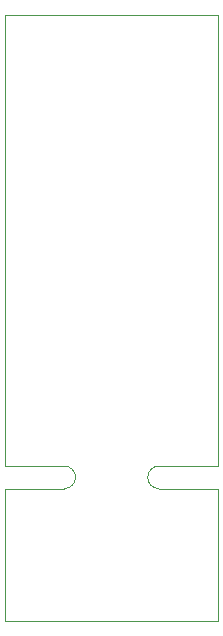
<source format=gm1>
G04*
G04 #@! TF.GenerationSoftware,Altium Limited,Altium Designer,22.11.1 (43)*
G04*
G04 Layer_Color=16711935*
%FSLAX25Y25*%
%MOIN*%
G70*
G04*
G04 #@! TF.SameCoordinates,988EF039-2624-4D26-8916-CB464E9EB79E*
G04*
G04*
G04 #@! TF.FilePolarity,Positive*
G04*
G01*
G75*
%ADD17C,0.00000*%
D17*
X51182Y51575D02*
G03*
X51181Y44094I-1J-3740D01*
G01*
X19685D02*
G03*
X19684Y51575I0J3740D01*
G01*
X0Y0D02*
X70866D01*
Y44094D01*
X51181D02*
X70866D01*
X51182Y51575D02*
X70866D01*
Y201969D01*
X0D02*
X70866D01*
X0Y51575D02*
Y201969D01*
Y51575D02*
X19684Y51575D01*
X0Y44094D02*
X19685D01*
X0Y0D02*
Y44094D01*
M02*

</source>
